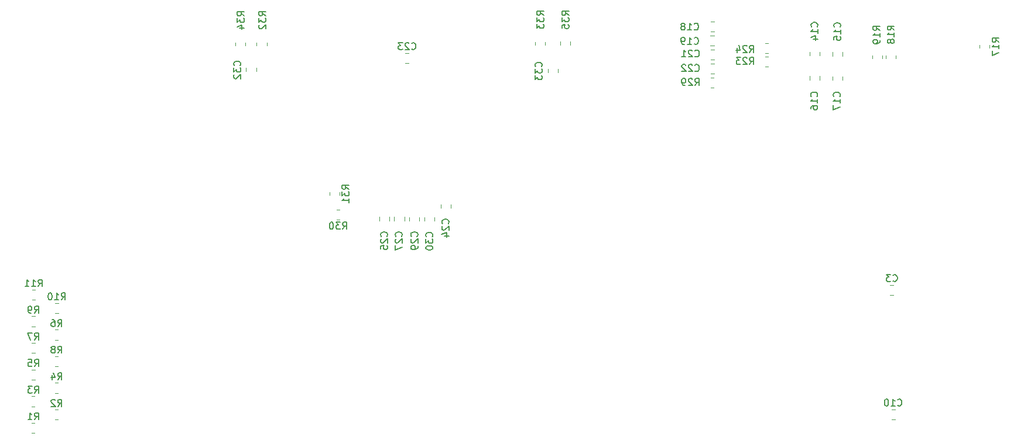
<source format=gbo>
%TF.GenerationSoftware,KiCad,Pcbnew,(6.0.0)*%
%TF.CreationDate,2022-05-07T11:17:07+05:30*%
%TF.ProjectId,Motion_Control_Board2.0,4d6f7469-6f6e-45f4-936f-6e74726f6c5f,rev?*%
%TF.SameCoordinates,Original*%
%TF.FileFunction,Legend,Bot*%
%TF.FilePolarity,Positive*%
%FSLAX46Y46*%
G04 Gerber Fmt 4.6, Leading zero omitted, Abs format (unit mm)*
G04 Created by KiCad (PCBNEW (6.0.0)) date 2022-05-07 11:17:07*
%MOMM*%
%LPD*%
G01*
G04 APERTURE LIST*
%ADD10C,0.150000*%
%ADD11C,0.120000*%
G04 APERTURE END LIST*
D10*
%TO.C,R4*%
X86858365Y-129266767D02*
X87191699Y-128790577D01*
X87429794Y-129266767D02*
X87429794Y-128266767D01*
X87048841Y-128266767D01*
X86953603Y-128314387D01*
X86905984Y-128362006D01*
X86858365Y-128457244D01*
X86858365Y-128600101D01*
X86905984Y-128695339D01*
X86953603Y-128742958D01*
X87048841Y-128790577D01*
X87429794Y-128790577D01*
X86001222Y-128600101D02*
X86001222Y-129266767D01*
X86239318Y-128219148D02*
X86477413Y-128933434D01*
X85858365Y-128933434D01*
%TO.C,C10*%
X208314756Y-132976929D02*
X208362375Y-133024548D01*
X208505232Y-133072167D01*
X208600470Y-133072167D01*
X208743327Y-133024548D01*
X208838565Y-132929310D01*
X208886184Y-132834072D01*
X208933803Y-132643596D01*
X208933803Y-132500739D01*
X208886184Y-132310263D01*
X208838565Y-132215025D01*
X208743327Y-132119787D01*
X208600470Y-132072167D01*
X208505232Y-132072167D01*
X208362375Y-132119787D01*
X208314756Y-132167406D01*
X207362375Y-133072167D02*
X207933803Y-133072167D01*
X207648089Y-133072167D02*
X207648089Y-132072167D01*
X207743327Y-132215025D01*
X207838565Y-132310263D01*
X207933803Y-132357882D01*
X206743327Y-132072167D02*
X206648089Y-132072167D01*
X206552851Y-132119787D01*
X206505232Y-132167406D01*
X206457613Y-132262644D01*
X206409994Y-132453120D01*
X206409994Y-132691215D01*
X206457613Y-132881691D01*
X206505232Y-132976929D01*
X206552851Y-133024548D01*
X206648089Y-133072167D01*
X206743327Y-133072167D01*
X206838565Y-133024548D01*
X206886184Y-132976929D01*
X206933803Y-132881691D01*
X206981422Y-132691215D01*
X206981422Y-132453120D01*
X206933803Y-132262644D01*
X206886184Y-132167406D01*
X206838565Y-132119787D01*
X206743327Y-132072167D01*
%TO.C,R7*%
X83483965Y-123475567D02*
X83817299Y-122999377D01*
X84055394Y-123475567D02*
X84055394Y-122475567D01*
X83674441Y-122475567D01*
X83579203Y-122523187D01*
X83531584Y-122570806D01*
X83483965Y-122666044D01*
X83483965Y-122808901D01*
X83531584Y-122904139D01*
X83579203Y-122951758D01*
X83674441Y-122999377D01*
X84055394Y-122999377D01*
X83150632Y-122475567D02*
X82483965Y-122475567D01*
X82912537Y-123475567D01*
%TO.C,C27*%
X136564579Y-108484998D02*
X136612198Y-108437379D01*
X136659817Y-108294522D01*
X136659817Y-108199284D01*
X136612198Y-108056427D01*
X136516960Y-107961189D01*
X136421722Y-107913570D01*
X136231246Y-107865951D01*
X136088389Y-107865951D01*
X135897913Y-107913570D01*
X135802675Y-107961189D01*
X135707437Y-108056427D01*
X135659817Y-108199284D01*
X135659817Y-108294522D01*
X135707437Y-108437379D01*
X135755056Y-108484998D01*
X135755056Y-108865951D02*
X135707437Y-108913570D01*
X135659817Y-109008808D01*
X135659817Y-109246903D01*
X135707437Y-109342141D01*
X135755056Y-109389760D01*
X135850294Y-109437379D01*
X135945532Y-109437379D01*
X136088389Y-109389760D01*
X136659817Y-108818332D01*
X136659817Y-109437379D01*
X135659817Y-109770713D02*
X135659817Y-110437379D01*
X136659817Y-110008808D01*
%TO.C,C17*%
X199912179Y-88215798D02*
X199959798Y-88168179D01*
X200007417Y-88025322D01*
X200007417Y-87930084D01*
X199959798Y-87787227D01*
X199864560Y-87691989D01*
X199769322Y-87644370D01*
X199578846Y-87596751D01*
X199435989Y-87596751D01*
X199245513Y-87644370D01*
X199150275Y-87691989D01*
X199055037Y-87787227D01*
X199007417Y-87930084D01*
X199007417Y-88025322D01*
X199055037Y-88168179D01*
X199102656Y-88215798D01*
X200007417Y-89168179D02*
X200007417Y-88596751D01*
X200007417Y-88882465D02*
X199007417Y-88882465D01*
X199150275Y-88787227D01*
X199245513Y-88691989D01*
X199293132Y-88596751D01*
X199007417Y-89501513D02*
X199007417Y-90168179D01*
X200007417Y-89739608D01*
%TO.C,R17*%
X222982279Y-80340429D02*
X222506089Y-80007096D01*
X222982279Y-79769001D02*
X221982279Y-79769001D01*
X221982279Y-80149953D01*
X222029899Y-80245191D01*
X222077518Y-80292810D01*
X222172756Y-80340429D01*
X222315613Y-80340429D01*
X222410851Y-80292810D01*
X222458470Y-80245191D01*
X222506089Y-80149953D01*
X222506089Y-79769001D01*
X222982279Y-81292810D02*
X222982279Y-80721382D01*
X222982279Y-81007096D02*
X221982279Y-81007096D01*
X222125137Y-80911858D01*
X222220375Y-80816620D01*
X222267994Y-80721382D01*
X221982279Y-81626144D02*
X221982279Y-82292810D01*
X222982279Y-81864239D01*
%TO.C,C24*%
X143320979Y-106630798D02*
X143368598Y-106583179D01*
X143416217Y-106440322D01*
X143416217Y-106345084D01*
X143368598Y-106202227D01*
X143273360Y-106106989D01*
X143178122Y-106059370D01*
X142987646Y-106011751D01*
X142844789Y-106011751D01*
X142654313Y-106059370D01*
X142559075Y-106106989D01*
X142463837Y-106202227D01*
X142416217Y-106345084D01*
X142416217Y-106440322D01*
X142463837Y-106583179D01*
X142511456Y-106630798D01*
X142511456Y-107011751D02*
X142463837Y-107059370D01*
X142416217Y-107154608D01*
X142416217Y-107392703D01*
X142463837Y-107487941D01*
X142511456Y-107535560D01*
X142606694Y-107583179D01*
X142701932Y-107583179D01*
X142844789Y-107535560D01*
X143416217Y-106964132D01*
X143416217Y-107583179D01*
X142749551Y-108440322D02*
X143416217Y-108440322D01*
X142368598Y-108202227D02*
X143082884Y-107964132D01*
X143082884Y-108583179D01*
%TO.C,C16*%
X196635579Y-88215798D02*
X196683198Y-88168179D01*
X196730817Y-88025322D01*
X196730817Y-87930084D01*
X196683198Y-87787227D01*
X196587960Y-87691989D01*
X196492722Y-87644370D01*
X196302246Y-87596751D01*
X196159389Y-87596751D01*
X195968913Y-87644370D01*
X195873675Y-87691989D01*
X195778437Y-87787227D01*
X195730817Y-87930084D01*
X195730817Y-88025322D01*
X195778437Y-88168179D01*
X195826056Y-88215798D01*
X196730817Y-89168179D02*
X196730817Y-88596751D01*
X196730817Y-88882465D02*
X195730817Y-88882465D01*
X195873675Y-88787227D01*
X195968913Y-88691989D01*
X196016532Y-88596751D01*
X195730817Y-90025322D02*
X195730817Y-89834846D01*
X195778437Y-89739608D01*
X195826056Y-89691989D01*
X195968913Y-89596751D01*
X196159389Y-89549132D01*
X196540341Y-89549132D01*
X196635579Y-89596751D01*
X196683198Y-89644370D01*
X196730817Y-89739608D01*
X196730817Y-89930084D01*
X196683198Y-90025322D01*
X196635579Y-90072941D01*
X196540341Y-90120560D01*
X196302246Y-90120560D01*
X196207008Y-90072941D01*
X196159389Y-90025322D01*
X196111770Y-89930084D01*
X196111770Y-89739608D01*
X196159389Y-89644370D01*
X196207008Y-89596751D01*
X196302246Y-89549132D01*
%TO.C,R9*%
X83483965Y-119614767D02*
X83817299Y-119138577D01*
X84055394Y-119614767D02*
X84055394Y-118614767D01*
X83674441Y-118614767D01*
X83579203Y-118662387D01*
X83531584Y-118710006D01*
X83483965Y-118805244D01*
X83483965Y-118948101D01*
X83531584Y-119043339D01*
X83579203Y-119090958D01*
X83674441Y-119138577D01*
X84055394Y-119138577D01*
X83007775Y-119614767D02*
X82817299Y-119614767D01*
X82722060Y-119567148D01*
X82674441Y-119519529D01*
X82579203Y-119376672D01*
X82531584Y-119186196D01*
X82531584Y-118805244D01*
X82579203Y-118710006D01*
X82626822Y-118662387D01*
X82722060Y-118614767D01*
X82912537Y-118614767D01*
X83007775Y-118662387D01*
X83055394Y-118710006D01*
X83103013Y-118805244D01*
X83103013Y-119043339D01*
X83055394Y-119138577D01*
X83007775Y-119186196D01*
X82912537Y-119233815D01*
X82722060Y-119233815D01*
X82626822Y-119186196D01*
X82579203Y-119138577D01*
X82531584Y-119043339D01*
%TO.C,C21*%
X178988894Y-82383198D02*
X179036513Y-82430817D01*
X179179370Y-82478436D01*
X179274608Y-82478436D01*
X179417465Y-82430817D01*
X179512703Y-82335579D01*
X179560322Y-82240341D01*
X179607941Y-82049865D01*
X179607941Y-81907008D01*
X179560322Y-81716532D01*
X179512703Y-81621294D01*
X179417465Y-81526056D01*
X179274608Y-81478436D01*
X179179370Y-81478436D01*
X179036513Y-81526056D01*
X178988894Y-81573675D01*
X178607941Y-81573675D02*
X178560322Y-81526056D01*
X178465084Y-81478436D01*
X178226989Y-81478436D01*
X178131751Y-81526056D01*
X178084132Y-81573675D01*
X178036513Y-81668913D01*
X178036513Y-81764151D01*
X178084132Y-81907008D01*
X178655560Y-82478436D01*
X178036513Y-82478436D01*
X177084132Y-82478436D02*
X177655560Y-82478436D01*
X177369846Y-82478436D02*
X177369846Y-81478436D01*
X177465084Y-81621294D01*
X177560322Y-81716532D01*
X177655560Y-81764151D01*
%TO.C,R31*%
X128975380Y-101670242D02*
X128499190Y-101336909D01*
X128975380Y-101098814D02*
X127975380Y-101098814D01*
X127975380Y-101479766D01*
X128023000Y-101575004D01*
X128070619Y-101622623D01*
X128165857Y-101670242D01*
X128308714Y-101670242D01*
X128403952Y-101622623D01*
X128451571Y-101575004D01*
X128499190Y-101479766D01*
X128499190Y-101098814D01*
X127975380Y-102003576D02*
X127975380Y-102622623D01*
X128356333Y-102289290D01*
X128356333Y-102432147D01*
X128403952Y-102527385D01*
X128451571Y-102575004D01*
X128546809Y-102622623D01*
X128784904Y-102622623D01*
X128880142Y-102575004D01*
X128927761Y-102527385D01*
X128975380Y-102432147D01*
X128975380Y-102146433D01*
X128927761Y-102051195D01*
X128880142Y-102003576D01*
X128975380Y-103575004D02*
X128975380Y-103003576D01*
X128975380Y-103289290D02*
X127975380Y-103289290D01*
X128118238Y-103194052D01*
X128213476Y-103098814D01*
X128261095Y-103003576D01*
%TO.C,C22*%
X178988894Y-84491398D02*
X179036513Y-84539017D01*
X179179370Y-84586636D01*
X179274608Y-84586636D01*
X179417465Y-84539017D01*
X179512703Y-84443779D01*
X179560322Y-84348541D01*
X179607941Y-84158065D01*
X179607941Y-84015208D01*
X179560322Y-83824732D01*
X179512703Y-83729494D01*
X179417465Y-83634256D01*
X179274608Y-83586636D01*
X179179370Y-83586636D01*
X179036513Y-83634256D01*
X178988894Y-83681875D01*
X178607941Y-83681875D02*
X178560322Y-83634256D01*
X178465084Y-83586636D01*
X178226989Y-83586636D01*
X178131751Y-83634256D01*
X178084132Y-83681875D01*
X178036513Y-83777113D01*
X178036513Y-83872351D01*
X178084132Y-84015208D01*
X178655560Y-84586636D01*
X178036513Y-84586636D01*
X177655560Y-83681875D02*
X177607941Y-83634256D01*
X177512703Y-83586636D01*
X177274608Y-83586636D01*
X177179370Y-83634256D01*
X177131751Y-83681875D01*
X177084132Y-83777113D01*
X177084132Y-83872351D01*
X177131751Y-84015208D01*
X177703179Y-84586636D01*
X177084132Y-84586636D01*
%TO.C,C29*%
X138825179Y-108484998D02*
X138872798Y-108437379D01*
X138920417Y-108294522D01*
X138920417Y-108199284D01*
X138872798Y-108056427D01*
X138777560Y-107961189D01*
X138682322Y-107913570D01*
X138491846Y-107865951D01*
X138348989Y-107865951D01*
X138158513Y-107913570D01*
X138063275Y-107961189D01*
X137968037Y-108056427D01*
X137920417Y-108199284D01*
X137920417Y-108294522D01*
X137968037Y-108437379D01*
X138015656Y-108484998D01*
X138015656Y-108865951D02*
X137968037Y-108913570D01*
X137920417Y-109008808D01*
X137920417Y-109246903D01*
X137968037Y-109342141D01*
X138015656Y-109389760D01*
X138110894Y-109437379D01*
X138206132Y-109437379D01*
X138348989Y-109389760D01*
X138920417Y-108818332D01*
X138920417Y-109437379D01*
X138920417Y-109913570D02*
X138920417Y-110104046D01*
X138872798Y-110199284D01*
X138825179Y-110246903D01*
X138682322Y-110342141D01*
X138491846Y-110389760D01*
X138110894Y-110389760D01*
X138015656Y-110342141D01*
X137968037Y-110294522D01*
X137920417Y-110199284D01*
X137920417Y-110008808D01*
X137968037Y-109913570D01*
X138015656Y-109865951D01*
X138110894Y-109818332D01*
X138348989Y-109818332D01*
X138444227Y-109865951D01*
X138491846Y-109913570D01*
X138539465Y-110008808D01*
X138539465Y-110199284D01*
X138491846Y-110294522D01*
X138444227Y-110342141D01*
X138348989Y-110389760D01*
%TO.C,C25*%
X134456379Y-108484998D02*
X134503998Y-108437379D01*
X134551617Y-108294522D01*
X134551617Y-108199284D01*
X134503998Y-108056427D01*
X134408760Y-107961189D01*
X134313522Y-107913570D01*
X134123046Y-107865951D01*
X133980189Y-107865951D01*
X133789713Y-107913570D01*
X133694475Y-107961189D01*
X133599237Y-108056427D01*
X133551617Y-108199284D01*
X133551617Y-108294522D01*
X133599237Y-108437379D01*
X133646856Y-108484998D01*
X133646856Y-108865951D02*
X133599237Y-108913570D01*
X133551617Y-109008808D01*
X133551617Y-109246903D01*
X133599237Y-109342141D01*
X133646856Y-109389760D01*
X133742094Y-109437379D01*
X133837332Y-109437379D01*
X133980189Y-109389760D01*
X134551617Y-108818332D01*
X134551617Y-109437379D01*
X133551617Y-110342141D02*
X133551617Y-109865951D01*
X134027808Y-109818332D01*
X133980189Y-109865951D01*
X133932570Y-109961189D01*
X133932570Y-110199284D01*
X133980189Y-110294522D01*
X134027808Y-110342141D01*
X134123046Y-110389760D01*
X134361141Y-110389760D01*
X134456379Y-110342141D01*
X134503998Y-110294522D01*
X134551617Y-110199284D01*
X134551617Y-109961189D01*
X134503998Y-109865951D01*
X134456379Y-109818332D01*
%TO.C,C19*%
X178887294Y-80554398D02*
X178934913Y-80602017D01*
X179077770Y-80649636D01*
X179173008Y-80649636D01*
X179315865Y-80602017D01*
X179411103Y-80506779D01*
X179458722Y-80411541D01*
X179506341Y-80221065D01*
X179506341Y-80078208D01*
X179458722Y-79887732D01*
X179411103Y-79792494D01*
X179315865Y-79697256D01*
X179173008Y-79649636D01*
X179077770Y-79649636D01*
X178934913Y-79697256D01*
X178887294Y-79744875D01*
X177934913Y-80649636D02*
X178506341Y-80649636D01*
X178220627Y-80649636D02*
X178220627Y-79649636D01*
X178315865Y-79792494D01*
X178411103Y-79887732D01*
X178506341Y-79935351D01*
X177458722Y-80649636D02*
X177268246Y-80649636D01*
X177173008Y-80602017D01*
X177125389Y-80554398D01*
X177030151Y-80411541D01*
X176982532Y-80221065D01*
X176982532Y-79840113D01*
X177030151Y-79744875D01*
X177077770Y-79697256D01*
X177173008Y-79649636D01*
X177363484Y-79649636D01*
X177458722Y-79697256D01*
X177506341Y-79744875D01*
X177553960Y-79840113D01*
X177553960Y-80078208D01*
X177506341Y-80173446D01*
X177458722Y-80221065D01*
X177363484Y-80268684D01*
X177173008Y-80268684D01*
X177077770Y-80221065D01*
X177030151Y-80173446D01*
X176982532Y-80078208D01*
%TO.C,R2*%
X86858365Y-133127567D02*
X87191699Y-132651377D01*
X87429794Y-133127567D02*
X87429794Y-132127567D01*
X87048841Y-132127567D01*
X86953603Y-132175187D01*
X86905984Y-132222806D01*
X86858365Y-132318044D01*
X86858365Y-132460901D01*
X86905984Y-132556139D01*
X86953603Y-132603758D01*
X87048841Y-132651377D01*
X87429794Y-132651377D01*
X86477413Y-132222806D02*
X86429794Y-132175187D01*
X86334556Y-132127567D01*
X86096460Y-132127567D01*
X86001222Y-132175187D01*
X85953603Y-132222806D01*
X85905984Y-132318044D01*
X85905984Y-132413282D01*
X85953603Y-132556139D01*
X86525032Y-133127567D01*
X85905984Y-133127567D01*
%TO.C,C30*%
X140984179Y-108535798D02*
X141031798Y-108488179D01*
X141079417Y-108345322D01*
X141079417Y-108250084D01*
X141031798Y-108107227D01*
X140936560Y-108011989D01*
X140841322Y-107964370D01*
X140650846Y-107916751D01*
X140507989Y-107916751D01*
X140317513Y-107964370D01*
X140222275Y-108011989D01*
X140127037Y-108107227D01*
X140079417Y-108250084D01*
X140079417Y-108345322D01*
X140127037Y-108488179D01*
X140174656Y-108535798D01*
X140079417Y-108869132D02*
X140079417Y-109488179D01*
X140460370Y-109154846D01*
X140460370Y-109297703D01*
X140507989Y-109392941D01*
X140555608Y-109440560D01*
X140650846Y-109488179D01*
X140888941Y-109488179D01*
X140984179Y-109440560D01*
X141031798Y-109392941D01*
X141079417Y-109297703D01*
X141079417Y-109011989D01*
X141031798Y-108916751D01*
X140984179Y-108869132D01*
X140079417Y-110107227D02*
X140079417Y-110202465D01*
X140127037Y-110297703D01*
X140174656Y-110345322D01*
X140269894Y-110392941D01*
X140460370Y-110440560D01*
X140698465Y-110440560D01*
X140888941Y-110392941D01*
X140984179Y-110345322D01*
X141031798Y-110297703D01*
X141079417Y-110202465D01*
X141079417Y-110107227D01*
X141031798Y-110011989D01*
X140984179Y-109964370D01*
X140888941Y-109916751D01*
X140698465Y-109869132D01*
X140460370Y-109869132D01*
X140269894Y-109916751D01*
X140174656Y-109964370D01*
X140127037Y-110011989D01*
X140079417Y-110107227D01*
%TO.C,R11*%
X84010956Y-115753967D02*
X84344289Y-115277777D01*
X84582384Y-115753967D02*
X84582384Y-114753967D01*
X84201432Y-114753967D01*
X84106194Y-114801587D01*
X84058575Y-114849206D01*
X84010956Y-114944444D01*
X84010956Y-115087301D01*
X84058575Y-115182539D01*
X84106194Y-115230158D01*
X84201432Y-115277777D01*
X84582384Y-115277777D01*
X83058575Y-115753967D02*
X83630003Y-115753967D01*
X83344289Y-115753967D02*
X83344289Y-114753967D01*
X83439527Y-114896825D01*
X83534765Y-114992063D01*
X83630003Y-115039682D01*
X82106194Y-115753967D02*
X82677622Y-115753967D01*
X82391908Y-115753967D02*
X82391908Y-114753967D01*
X82487146Y-114896825D01*
X82582384Y-114992063D01*
X82677622Y-115039682D01*
%TO.C,R35*%
X160764417Y-76455598D02*
X160288227Y-76122265D01*
X160764417Y-75884170D02*
X159764417Y-75884170D01*
X159764417Y-76265122D01*
X159812037Y-76360360D01*
X159859656Y-76407979D01*
X159954894Y-76455598D01*
X160097751Y-76455598D01*
X160192989Y-76407979D01*
X160240608Y-76360360D01*
X160288227Y-76265122D01*
X160288227Y-75884170D01*
X159764417Y-76788932D02*
X159764417Y-77407979D01*
X160145370Y-77074646D01*
X160145370Y-77217503D01*
X160192989Y-77312741D01*
X160240608Y-77360360D01*
X160335846Y-77407979D01*
X160573941Y-77407979D01*
X160669179Y-77360360D01*
X160716798Y-77312741D01*
X160764417Y-77217503D01*
X160764417Y-76931789D01*
X160716798Y-76836551D01*
X160669179Y-76788932D01*
X159764417Y-78312741D02*
X159764417Y-77836551D01*
X160240608Y-77788932D01*
X160192989Y-77836551D01*
X160145370Y-77931789D01*
X160145370Y-78169884D01*
X160192989Y-78265122D01*
X160240608Y-78312741D01*
X160335846Y-78360360D01*
X160573941Y-78360360D01*
X160669179Y-78312741D01*
X160716798Y-78265122D01*
X160764417Y-78169884D01*
X160764417Y-77931789D01*
X160716798Y-77836551D01*
X160669179Y-77788932D01*
%TO.C,R34*%
X113825217Y-76531798D02*
X113349027Y-76198465D01*
X113825217Y-75960370D02*
X112825217Y-75960370D01*
X112825217Y-76341322D01*
X112872837Y-76436560D01*
X112920456Y-76484179D01*
X113015694Y-76531798D01*
X113158551Y-76531798D01*
X113253789Y-76484179D01*
X113301408Y-76436560D01*
X113349027Y-76341322D01*
X113349027Y-75960370D01*
X112825217Y-76865132D02*
X112825217Y-77484179D01*
X113206170Y-77150846D01*
X113206170Y-77293703D01*
X113253789Y-77388941D01*
X113301408Y-77436560D01*
X113396646Y-77484179D01*
X113634741Y-77484179D01*
X113729979Y-77436560D01*
X113777598Y-77388941D01*
X113825217Y-77293703D01*
X113825217Y-77007989D01*
X113777598Y-76912751D01*
X113729979Y-76865132D01*
X113158551Y-78341322D02*
X113825217Y-78341322D01*
X112777598Y-78103227D02*
X113491884Y-77865132D01*
X113491884Y-78484179D01*
%TO.C,R24*%
X186888294Y-81818036D02*
X187221627Y-81341846D01*
X187459722Y-81818036D02*
X187459722Y-80818036D01*
X187078770Y-80818036D01*
X186983532Y-80865656D01*
X186935913Y-80913275D01*
X186888294Y-81008513D01*
X186888294Y-81151370D01*
X186935913Y-81246608D01*
X186983532Y-81294227D01*
X187078770Y-81341846D01*
X187459722Y-81341846D01*
X186507341Y-80913275D02*
X186459722Y-80865656D01*
X186364484Y-80818036D01*
X186126389Y-80818036D01*
X186031151Y-80865656D01*
X185983532Y-80913275D01*
X185935913Y-81008513D01*
X185935913Y-81103751D01*
X185983532Y-81246608D01*
X186554960Y-81818036D01*
X185935913Y-81818036D01*
X185078770Y-81151370D02*
X185078770Y-81818036D01*
X185316865Y-80770417D02*
X185554960Y-81484703D01*
X184935913Y-81484703D01*
%TO.C,R1*%
X83480165Y-135057967D02*
X83813499Y-134581777D01*
X84051594Y-135057967D02*
X84051594Y-134057967D01*
X83670641Y-134057967D01*
X83575403Y-134105587D01*
X83527784Y-134153206D01*
X83480165Y-134248444D01*
X83480165Y-134391301D01*
X83527784Y-134486539D01*
X83575403Y-134534158D01*
X83670641Y-134581777D01*
X84051594Y-134581777D01*
X82527784Y-135057967D02*
X83099213Y-135057967D01*
X82813499Y-135057967D02*
X82813499Y-134057967D01*
X82908737Y-134200825D01*
X83003975Y-134296063D01*
X83099213Y-134343682D01*
%TO.C,R33*%
X157132217Y-76430198D02*
X156656027Y-76096865D01*
X157132217Y-75858770D02*
X156132217Y-75858770D01*
X156132217Y-76239722D01*
X156179837Y-76334960D01*
X156227456Y-76382579D01*
X156322694Y-76430198D01*
X156465551Y-76430198D01*
X156560789Y-76382579D01*
X156608408Y-76334960D01*
X156656027Y-76239722D01*
X156656027Y-75858770D01*
X156132217Y-76763532D02*
X156132217Y-77382579D01*
X156513170Y-77049246D01*
X156513170Y-77192103D01*
X156560789Y-77287341D01*
X156608408Y-77334960D01*
X156703646Y-77382579D01*
X156941741Y-77382579D01*
X157036979Y-77334960D01*
X157084598Y-77287341D01*
X157132217Y-77192103D01*
X157132217Y-76906389D01*
X157084598Y-76811151D01*
X157036979Y-76763532D01*
X156132217Y-77715913D02*
X156132217Y-78334960D01*
X156513170Y-78001627D01*
X156513170Y-78144484D01*
X156560789Y-78239722D01*
X156608408Y-78287341D01*
X156703646Y-78334960D01*
X156941741Y-78334960D01*
X157036979Y-78287341D01*
X157084598Y-78239722D01*
X157132217Y-78144484D01*
X157132217Y-77858770D01*
X157084598Y-77763532D01*
X157036979Y-77715913D01*
%TO.C,C23*%
X138022756Y-81338729D02*
X138070375Y-81386348D01*
X138213232Y-81433967D01*
X138308470Y-81433967D01*
X138451327Y-81386348D01*
X138546565Y-81291110D01*
X138594184Y-81195872D01*
X138641803Y-81005396D01*
X138641803Y-80862539D01*
X138594184Y-80672063D01*
X138546565Y-80576825D01*
X138451327Y-80481587D01*
X138308470Y-80433967D01*
X138213232Y-80433967D01*
X138070375Y-80481587D01*
X138022756Y-80529206D01*
X137641803Y-80529206D02*
X137594184Y-80481587D01*
X137498946Y-80433967D01*
X137260851Y-80433967D01*
X137165613Y-80481587D01*
X137117994Y-80529206D01*
X137070375Y-80624444D01*
X137070375Y-80719682D01*
X137117994Y-80862539D01*
X137689422Y-81433967D01*
X137070375Y-81433967D01*
X136737041Y-80433967D02*
X136117994Y-80433967D01*
X136451327Y-80814920D01*
X136308470Y-80814920D01*
X136213232Y-80862539D01*
X136165613Y-80910158D01*
X136117994Y-81005396D01*
X136117994Y-81243491D01*
X136165613Y-81338729D01*
X136213232Y-81386348D01*
X136308470Y-81433967D01*
X136594184Y-81433967D01*
X136689422Y-81386348D01*
X136737041Y-81338729D01*
%TO.C,R23*%
X186888294Y-83570636D02*
X187221627Y-83094446D01*
X187459722Y-83570636D02*
X187459722Y-82570636D01*
X187078770Y-82570636D01*
X186983532Y-82618256D01*
X186935913Y-82665875D01*
X186888294Y-82761113D01*
X186888294Y-82903970D01*
X186935913Y-82999208D01*
X186983532Y-83046827D01*
X187078770Y-83094446D01*
X187459722Y-83094446D01*
X186507341Y-82665875D02*
X186459722Y-82618256D01*
X186364484Y-82570636D01*
X186126389Y-82570636D01*
X186031151Y-82618256D01*
X185983532Y-82665875D01*
X185935913Y-82761113D01*
X185935913Y-82856351D01*
X185983532Y-82999208D01*
X186554960Y-83570636D01*
X185935913Y-83570636D01*
X185602579Y-82570636D02*
X184983532Y-82570636D01*
X185316865Y-82951589D01*
X185174008Y-82951589D01*
X185078770Y-82999208D01*
X185031151Y-83046827D01*
X184983532Y-83142065D01*
X184983532Y-83380160D01*
X185031151Y-83475398D01*
X185078770Y-83523017D01*
X185174008Y-83570636D01*
X185459722Y-83570636D01*
X185554960Y-83523017D01*
X185602579Y-83475398D01*
%TO.C,R10*%
X87365656Y-117684367D02*
X87698989Y-117208177D01*
X87937084Y-117684367D02*
X87937084Y-116684367D01*
X87556132Y-116684367D01*
X87460894Y-116731987D01*
X87413275Y-116779606D01*
X87365656Y-116874844D01*
X87365656Y-117017701D01*
X87413275Y-117112939D01*
X87460894Y-117160558D01*
X87556132Y-117208177D01*
X87937084Y-117208177D01*
X86413275Y-117684367D02*
X86984703Y-117684367D01*
X86698989Y-117684367D02*
X86698989Y-116684367D01*
X86794227Y-116827225D01*
X86889465Y-116922463D01*
X86984703Y-116970082D01*
X85794227Y-116684367D02*
X85698989Y-116684367D01*
X85603751Y-116731987D01*
X85556132Y-116779606D01*
X85508513Y-116874844D01*
X85460894Y-117065320D01*
X85460894Y-117303415D01*
X85508513Y-117493891D01*
X85556132Y-117589129D01*
X85603751Y-117636748D01*
X85698989Y-117684367D01*
X85794227Y-117684367D01*
X85889465Y-117636748D01*
X85937084Y-117589129D01*
X85984703Y-117493891D01*
X86032322Y-117303415D01*
X86032322Y-117065320D01*
X85984703Y-116874844D01*
X85937084Y-116779606D01*
X85889465Y-116731987D01*
X85794227Y-116684367D01*
%TO.C,C32*%
X113221979Y-83719998D02*
X113269598Y-83672379D01*
X113317217Y-83529522D01*
X113317217Y-83434284D01*
X113269598Y-83291427D01*
X113174360Y-83196189D01*
X113079122Y-83148570D01*
X112888646Y-83100951D01*
X112745789Y-83100951D01*
X112555313Y-83148570D01*
X112460075Y-83196189D01*
X112364837Y-83291427D01*
X112317217Y-83434284D01*
X112317217Y-83529522D01*
X112364837Y-83672379D01*
X112412456Y-83719998D01*
X112317217Y-84053332D02*
X112317217Y-84672379D01*
X112698170Y-84339046D01*
X112698170Y-84481903D01*
X112745789Y-84577141D01*
X112793408Y-84624760D01*
X112888646Y-84672379D01*
X113126741Y-84672379D01*
X113221979Y-84624760D01*
X113269598Y-84577141D01*
X113317217Y-84481903D01*
X113317217Y-84196189D01*
X113269598Y-84100951D01*
X113221979Y-84053332D01*
X112412456Y-85053332D02*
X112364837Y-85100951D01*
X112317217Y-85196189D01*
X112317217Y-85434284D01*
X112364837Y-85529522D01*
X112412456Y-85577141D01*
X112507694Y-85624760D01*
X112602932Y-85624760D01*
X112745789Y-85577141D01*
X113317217Y-85005713D01*
X113317217Y-85624760D01*
%TO.C,R8*%
X86860265Y-125405967D02*
X87193599Y-124929777D01*
X87431694Y-125405967D02*
X87431694Y-124405967D01*
X87050741Y-124405967D01*
X86955503Y-124453587D01*
X86907884Y-124501206D01*
X86860265Y-124596444D01*
X86860265Y-124739301D01*
X86907884Y-124834539D01*
X86955503Y-124882158D01*
X87050741Y-124929777D01*
X87431694Y-124929777D01*
X86288837Y-124834539D02*
X86384075Y-124786920D01*
X86431694Y-124739301D01*
X86479313Y-124644063D01*
X86479313Y-124596444D01*
X86431694Y-124501206D01*
X86384075Y-124453587D01*
X86288837Y-124405967D01*
X86098360Y-124405967D01*
X86003122Y-124453587D01*
X85955503Y-124501206D01*
X85907884Y-124596444D01*
X85907884Y-124644063D01*
X85955503Y-124739301D01*
X86003122Y-124786920D01*
X86098360Y-124834539D01*
X86288837Y-124834539D01*
X86384075Y-124882158D01*
X86431694Y-124929777D01*
X86479313Y-125025015D01*
X86479313Y-125215491D01*
X86431694Y-125310729D01*
X86384075Y-125358348D01*
X86288837Y-125405967D01*
X86098360Y-125405967D01*
X86003122Y-125358348D01*
X85955503Y-125310729D01*
X85907884Y-125215491D01*
X85907884Y-125025015D01*
X85955503Y-124929777D01*
X86003122Y-124882158D01*
X86098360Y-124834539D01*
%TO.C,C33*%
X156782979Y-83872398D02*
X156830598Y-83824779D01*
X156878217Y-83681922D01*
X156878217Y-83586684D01*
X156830598Y-83443827D01*
X156735360Y-83348589D01*
X156640122Y-83300970D01*
X156449646Y-83253351D01*
X156306789Y-83253351D01*
X156116313Y-83300970D01*
X156021075Y-83348589D01*
X155925837Y-83443827D01*
X155878217Y-83586684D01*
X155878217Y-83681922D01*
X155925837Y-83824779D01*
X155973456Y-83872398D01*
X155878217Y-84205732D02*
X155878217Y-84824779D01*
X156259170Y-84491446D01*
X156259170Y-84634303D01*
X156306789Y-84729541D01*
X156354408Y-84777160D01*
X156449646Y-84824779D01*
X156687741Y-84824779D01*
X156782979Y-84777160D01*
X156830598Y-84729541D01*
X156878217Y-84634303D01*
X156878217Y-84348589D01*
X156830598Y-84253351D01*
X156782979Y-84205732D01*
X155878217Y-85158113D02*
X155878217Y-85777160D01*
X156259170Y-85443827D01*
X156259170Y-85586684D01*
X156306789Y-85681922D01*
X156354408Y-85729541D01*
X156449646Y-85777160D01*
X156687741Y-85777160D01*
X156782979Y-85729541D01*
X156830598Y-85681922D01*
X156878217Y-85586684D01*
X156878217Y-85300970D01*
X156830598Y-85205732D01*
X156782979Y-85158113D01*
%TO.C,R32*%
X116924017Y-76506398D02*
X116447827Y-76173065D01*
X116924017Y-75934970D02*
X115924017Y-75934970D01*
X115924017Y-76315922D01*
X115971637Y-76411160D01*
X116019256Y-76458779D01*
X116114494Y-76506398D01*
X116257351Y-76506398D01*
X116352589Y-76458779D01*
X116400208Y-76411160D01*
X116447827Y-76315922D01*
X116447827Y-75934970D01*
X115924017Y-76839732D02*
X115924017Y-77458779D01*
X116304970Y-77125446D01*
X116304970Y-77268303D01*
X116352589Y-77363541D01*
X116400208Y-77411160D01*
X116495446Y-77458779D01*
X116733541Y-77458779D01*
X116828779Y-77411160D01*
X116876398Y-77363541D01*
X116924017Y-77268303D01*
X116924017Y-76982589D01*
X116876398Y-76887351D01*
X116828779Y-76839732D01*
X116019256Y-77839732D02*
X115971637Y-77887351D01*
X115924017Y-77982589D01*
X115924017Y-78220684D01*
X115971637Y-78315922D01*
X116019256Y-78363541D01*
X116114494Y-78411160D01*
X116209732Y-78411160D01*
X116352589Y-78363541D01*
X116924017Y-77792113D01*
X116924017Y-78411160D01*
%TO.C,R5*%
X83483965Y-127336367D02*
X83817299Y-126860177D01*
X84055394Y-127336367D02*
X84055394Y-126336367D01*
X83674441Y-126336367D01*
X83579203Y-126383987D01*
X83531584Y-126431606D01*
X83483965Y-126526844D01*
X83483965Y-126669701D01*
X83531584Y-126764939D01*
X83579203Y-126812558D01*
X83674441Y-126860177D01*
X84055394Y-126860177D01*
X82579203Y-126336367D02*
X83055394Y-126336367D01*
X83103013Y-126812558D01*
X83055394Y-126764939D01*
X82960156Y-126717320D01*
X82722060Y-126717320D01*
X82626822Y-126764939D01*
X82579203Y-126812558D01*
X82531584Y-126907796D01*
X82531584Y-127145891D01*
X82579203Y-127241129D01*
X82626822Y-127288748D01*
X82722060Y-127336367D01*
X82960156Y-127336367D01*
X83055394Y-127288748D01*
X83103013Y-127241129D01*
%TO.C,R30*%
X128052656Y-107446167D02*
X128385989Y-106969977D01*
X128624084Y-107446167D02*
X128624084Y-106446167D01*
X128243132Y-106446167D01*
X128147894Y-106493787D01*
X128100275Y-106541406D01*
X128052656Y-106636644D01*
X128052656Y-106779501D01*
X128100275Y-106874739D01*
X128147894Y-106922358D01*
X128243132Y-106969977D01*
X128624084Y-106969977D01*
X127719322Y-106446167D02*
X127100275Y-106446167D01*
X127433608Y-106827120D01*
X127290751Y-106827120D01*
X127195513Y-106874739D01*
X127147894Y-106922358D01*
X127100275Y-107017596D01*
X127100275Y-107255691D01*
X127147894Y-107350929D01*
X127195513Y-107398548D01*
X127290751Y-107446167D01*
X127576465Y-107446167D01*
X127671703Y-107398548D01*
X127719322Y-107350929D01*
X126481227Y-106446167D02*
X126385989Y-106446167D01*
X126290751Y-106493787D01*
X126243132Y-106541406D01*
X126195513Y-106636644D01*
X126147894Y-106827120D01*
X126147894Y-107065215D01*
X126195513Y-107255691D01*
X126243132Y-107350929D01*
X126290751Y-107398548D01*
X126385989Y-107446167D01*
X126481227Y-107446167D01*
X126576465Y-107398548D01*
X126624084Y-107350929D01*
X126671703Y-107255691D01*
X126719322Y-107065215D01*
X126719322Y-106827120D01*
X126671703Y-106636644D01*
X126624084Y-106541406D01*
X126576465Y-106493787D01*
X126481227Y-106446167D01*
%TO.C,C14*%
X196686379Y-78106598D02*
X196733998Y-78058979D01*
X196781617Y-77916122D01*
X196781617Y-77820884D01*
X196733998Y-77678027D01*
X196638760Y-77582789D01*
X196543522Y-77535170D01*
X196353046Y-77487551D01*
X196210189Y-77487551D01*
X196019713Y-77535170D01*
X195924475Y-77582789D01*
X195829237Y-77678027D01*
X195781617Y-77820884D01*
X195781617Y-77916122D01*
X195829237Y-78058979D01*
X195876856Y-78106598D01*
X196781617Y-79058979D02*
X196781617Y-78487551D01*
X196781617Y-78773265D02*
X195781617Y-78773265D01*
X195924475Y-78678027D01*
X196019713Y-78582789D01*
X196067332Y-78487551D01*
X196114951Y-79916122D02*
X196781617Y-79916122D01*
X195733998Y-79678027D02*
X196448284Y-79439932D01*
X196448284Y-80058979D01*
%TO.C,R6*%
X86860265Y-121545167D02*
X87193599Y-121068977D01*
X87431694Y-121545167D02*
X87431694Y-120545167D01*
X87050741Y-120545167D01*
X86955503Y-120592787D01*
X86907884Y-120640406D01*
X86860265Y-120735644D01*
X86860265Y-120878501D01*
X86907884Y-120973739D01*
X86955503Y-121021358D01*
X87050741Y-121068977D01*
X87431694Y-121068977D01*
X86003122Y-120545167D02*
X86193599Y-120545167D01*
X86288837Y-120592787D01*
X86336456Y-120640406D01*
X86431694Y-120783263D01*
X86479313Y-120973739D01*
X86479313Y-121354691D01*
X86431694Y-121449929D01*
X86384075Y-121497548D01*
X86288837Y-121545167D01*
X86098360Y-121545167D01*
X86003122Y-121497548D01*
X85955503Y-121449929D01*
X85907884Y-121354691D01*
X85907884Y-121116596D01*
X85955503Y-121021358D01*
X86003122Y-120973739D01*
X86098360Y-120926120D01*
X86288837Y-120926120D01*
X86384075Y-120973739D01*
X86431694Y-121021358D01*
X86479313Y-121116596D01*
%TO.C,R29*%
X178988894Y-86618636D02*
X179322227Y-86142446D01*
X179560322Y-86618636D02*
X179560322Y-85618636D01*
X179179370Y-85618636D01*
X179084132Y-85666256D01*
X179036513Y-85713875D01*
X178988894Y-85809113D01*
X178988894Y-85951970D01*
X179036513Y-86047208D01*
X179084132Y-86094827D01*
X179179370Y-86142446D01*
X179560322Y-86142446D01*
X178607941Y-85713875D02*
X178560322Y-85666256D01*
X178465084Y-85618636D01*
X178226989Y-85618636D01*
X178131751Y-85666256D01*
X178084132Y-85713875D01*
X178036513Y-85809113D01*
X178036513Y-85904351D01*
X178084132Y-86047208D01*
X178655560Y-86618636D01*
X178036513Y-86618636D01*
X177560322Y-86618636D02*
X177369846Y-86618636D01*
X177274608Y-86571017D01*
X177226989Y-86523398D01*
X177131751Y-86380541D01*
X177084132Y-86190065D01*
X177084132Y-85809113D01*
X177131751Y-85713875D01*
X177179370Y-85666256D01*
X177274608Y-85618636D01*
X177465084Y-85618636D01*
X177560322Y-85666256D01*
X177607941Y-85713875D01*
X177655560Y-85809113D01*
X177655560Y-86047208D01*
X177607941Y-86142446D01*
X177560322Y-86190065D01*
X177465084Y-86237684D01*
X177274608Y-86237684D01*
X177179370Y-86190065D01*
X177131751Y-86142446D01*
X177084132Y-86047208D01*
%TO.C,R3*%
X83480165Y-131197167D02*
X83813499Y-130720977D01*
X84051594Y-131197167D02*
X84051594Y-130197167D01*
X83670641Y-130197167D01*
X83575403Y-130244787D01*
X83527784Y-130292406D01*
X83480165Y-130387644D01*
X83480165Y-130530501D01*
X83527784Y-130625739D01*
X83575403Y-130673358D01*
X83670641Y-130720977D01*
X84051594Y-130720977D01*
X83146832Y-130197167D02*
X82527784Y-130197167D01*
X82861118Y-130578120D01*
X82718260Y-130578120D01*
X82623022Y-130625739D01*
X82575403Y-130673358D01*
X82527784Y-130768596D01*
X82527784Y-131006691D01*
X82575403Y-131101929D01*
X82623022Y-131149548D01*
X82718260Y-131197167D01*
X83003975Y-131197167D01*
X83099213Y-131149548D01*
X83146832Y-131101929D01*
%TO.C,R18*%
X207830617Y-78589198D02*
X207354427Y-78255865D01*
X207830617Y-78017770D02*
X206830617Y-78017770D01*
X206830617Y-78398722D01*
X206878237Y-78493960D01*
X206925856Y-78541579D01*
X207021094Y-78589198D01*
X207163951Y-78589198D01*
X207259189Y-78541579D01*
X207306808Y-78493960D01*
X207354427Y-78398722D01*
X207354427Y-78017770D01*
X207830617Y-79541579D02*
X207830617Y-78970151D01*
X207830617Y-79255865D02*
X206830617Y-79255865D01*
X206973475Y-79160627D01*
X207068713Y-79065389D01*
X207116332Y-78970151D01*
X207259189Y-80113008D02*
X207211570Y-80017770D01*
X207163951Y-79970151D01*
X207068713Y-79922532D01*
X207021094Y-79922532D01*
X206925856Y-79970151D01*
X206878237Y-80017770D01*
X206830617Y-80113008D01*
X206830617Y-80303484D01*
X206878237Y-80398722D01*
X206925856Y-80446341D01*
X207021094Y-80493960D01*
X207068713Y-80493960D01*
X207163951Y-80446341D01*
X207211570Y-80398722D01*
X207259189Y-80303484D01*
X207259189Y-80113008D01*
X207306808Y-80017770D01*
X207354427Y-79970151D01*
X207449665Y-79922532D01*
X207640141Y-79922532D01*
X207735379Y-79970151D01*
X207782998Y-80017770D01*
X207830617Y-80113008D01*
X207830617Y-80303484D01*
X207782998Y-80398722D01*
X207735379Y-80446341D01*
X207640141Y-80493960D01*
X207449665Y-80493960D01*
X207354427Y-80446341D01*
X207306808Y-80398722D01*
X207259189Y-80303484D01*
%TO.C,C3*%
X207644066Y-114932942D02*
X207691685Y-114980561D01*
X207834542Y-115028180D01*
X207929780Y-115028180D01*
X208072638Y-114980561D01*
X208167876Y-114885323D01*
X208215495Y-114790085D01*
X208263114Y-114599609D01*
X208263114Y-114456752D01*
X208215495Y-114266276D01*
X208167876Y-114171038D01*
X208072638Y-114075800D01*
X207929780Y-114028180D01*
X207834542Y-114028180D01*
X207691685Y-114075800D01*
X207644066Y-114123419D01*
X207310733Y-114028180D02*
X206691685Y-114028180D01*
X207025019Y-114409133D01*
X206882161Y-114409133D01*
X206786923Y-114456752D01*
X206739304Y-114504371D01*
X206691685Y-114599609D01*
X206691685Y-114837704D01*
X206739304Y-114932942D01*
X206786923Y-114980561D01*
X206882161Y-115028180D01*
X207167876Y-115028180D01*
X207263114Y-114980561D01*
X207310733Y-114932942D01*
%TO.C,C15*%
X199988379Y-78157398D02*
X200035998Y-78109779D01*
X200083617Y-77966922D01*
X200083617Y-77871684D01*
X200035998Y-77728827D01*
X199940760Y-77633589D01*
X199845522Y-77585970D01*
X199655046Y-77538351D01*
X199512189Y-77538351D01*
X199321713Y-77585970D01*
X199226475Y-77633589D01*
X199131237Y-77728827D01*
X199083617Y-77871684D01*
X199083617Y-77966922D01*
X199131237Y-78109779D01*
X199178856Y-78157398D01*
X200083617Y-79109779D02*
X200083617Y-78538351D01*
X200083617Y-78824065D02*
X199083617Y-78824065D01*
X199226475Y-78728827D01*
X199321713Y-78633589D01*
X199369332Y-78538351D01*
X199083617Y-80014541D02*
X199083617Y-79538351D01*
X199559808Y-79490732D01*
X199512189Y-79538351D01*
X199464570Y-79633589D01*
X199464570Y-79871684D01*
X199512189Y-79966922D01*
X199559808Y-80014541D01*
X199655046Y-80062160D01*
X199893141Y-80062160D01*
X199988379Y-80014541D01*
X200035998Y-79966922D01*
X200083617Y-79871684D01*
X200083617Y-79633589D01*
X200035998Y-79538351D01*
X199988379Y-79490732D01*
%TO.C,R19*%
X205765821Y-78639998D02*
X205289631Y-78306665D01*
X205765821Y-78068570D02*
X204765821Y-78068570D01*
X204765821Y-78449522D01*
X204813441Y-78544760D01*
X204861060Y-78592379D01*
X204956298Y-78639998D01*
X205099155Y-78639998D01*
X205194393Y-78592379D01*
X205242012Y-78544760D01*
X205289631Y-78449522D01*
X205289631Y-78068570D01*
X205765821Y-79592379D02*
X205765821Y-79020951D01*
X205765821Y-79306665D02*
X204765821Y-79306665D01*
X204908679Y-79211427D01*
X205003917Y-79116189D01*
X205051536Y-79020951D01*
X205765821Y-80068570D02*
X205765821Y-80259046D01*
X205718202Y-80354284D01*
X205670583Y-80401903D01*
X205527726Y-80497141D01*
X205337250Y-80544760D01*
X204956298Y-80544760D01*
X204861060Y-80497141D01*
X204813441Y-80449522D01*
X204765821Y-80354284D01*
X204765821Y-80163808D01*
X204813441Y-80068570D01*
X204861060Y-80020951D01*
X204956298Y-79973332D01*
X205194393Y-79973332D01*
X205289631Y-80020951D01*
X205337250Y-80068570D01*
X205384869Y-80163808D01*
X205384869Y-80354284D01*
X205337250Y-80449522D01*
X205289631Y-80497141D01*
X205194393Y-80544760D01*
%TO.C,C18*%
X178887294Y-78496998D02*
X178934913Y-78544617D01*
X179077770Y-78592236D01*
X179173008Y-78592236D01*
X179315865Y-78544617D01*
X179411103Y-78449379D01*
X179458722Y-78354141D01*
X179506341Y-78163665D01*
X179506341Y-78020808D01*
X179458722Y-77830332D01*
X179411103Y-77735094D01*
X179315865Y-77639856D01*
X179173008Y-77592236D01*
X179077770Y-77592236D01*
X178934913Y-77639856D01*
X178887294Y-77687475D01*
X177934913Y-78592236D02*
X178506341Y-78592236D01*
X178220627Y-78592236D02*
X178220627Y-77592236D01*
X178315865Y-77735094D01*
X178411103Y-77830332D01*
X178506341Y-77877951D01*
X177363484Y-78020808D02*
X177458722Y-77973189D01*
X177506341Y-77925570D01*
X177553960Y-77830332D01*
X177553960Y-77782713D01*
X177506341Y-77687475D01*
X177458722Y-77639856D01*
X177363484Y-77592236D01*
X177173008Y-77592236D01*
X177077770Y-77639856D01*
X177030151Y-77687475D01*
X176982532Y-77782713D01*
X176982532Y-77830332D01*
X177030151Y-77925570D01*
X177077770Y-77973189D01*
X177173008Y-78020808D01*
X177363484Y-78020808D01*
X177458722Y-78068427D01*
X177506341Y-78116046D01*
X177553960Y-78211284D01*
X177553960Y-78401760D01*
X177506341Y-78496998D01*
X177458722Y-78544617D01*
X177363484Y-78592236D01*
X177173008Y-78592236D01*
X177077770Y-78544617D01*
X177030151Y-78496998D01*
X176982532Y-78401760D01*
X176982532Y-78211284D01*
X177030151Y-78116046D01*
X177077770Y-78068427D01*
X177173008Y-78020808D01*
D11*
%TO.C,R4*%
X86918763Y-129729387D02*
X86464635Y-129729387D01*
X86918763Y-131199387D02*
X86464635Y-131199387D01*
%TO.C,C10*%
X207933151Y-135034787D02*
X207410647Y-135034787D01*
X207933151Y-133564787D02*
X207410647Y-133564787D01*
%TO.C,R7*%
X83544363Y-125408187D02*
X83090235Y-125408187D01*
X83544363Y-123938187D02*
X83090235Y-123938187D01*
%TO.C,C27*%
X135512099Y-105676935D02*
X135512099Y-106199439D01*
X136982099Y-105676935D02*
X136982099Y-106199439D01*
%TO.C,C17*%
X198885099Y-85828639D02*
X198885099Y-85306135D01*
X200355099Y-85828639D02*
X200355099Y-85306135D01*
%TO.C,R17*%
X221614899Y-81210351D02*
X221614899Y-80756223D01*
X220144899Y-81210351D02*
X220144899Y-80756223D01*
%TO.C,C24*%
X142217699Y-104370639D02*
X142217699Y-103848135D01*
X143687699Y-104370639D02*
X143687699Y-103848135D01*
%TO.C,C16*%
X195608499Y-85803239D02*
X195608499Y-85280735D01*
X197078499Y-85803239D02*
X197078499Y-85280735D01*
%TO.C,R9*%
X83544363Y-120077387D02*
X83090235Y-120077387D01*
X83544363Y-121547387D02*
X83090235Y-121547387D01*
%TO.C,C21*%
X181250547Y-82888587D02*
X181773051Y-82888587D01*
X181250547Y-81418587D02*
X181773051Y-81418587D01*
%TO.C,R31*%
X127608000Y-102540164D02*
X127608000Y-102086036D01*
X126138000Y-102540164D02*
X126138000Y-102086036D01*
%TO.C,C22*%
X181259785Y-84920056D02*
X181782289Y-84920056D01*
X181259785Y-83450056D02*
X181782289Y-83450056D01*
%TO.C,C29*%
X139166499Y-105702335D02*
X139166499Y-106224839D01*
X137696499Y-105702335D02*
X137696499Y-106224839D01*
%TO.C,C25*%
X134823099Y-105676935D02*
X134823099Y-106199439D01*
X133353099Y-105676935D02*
X133353099Y-106199439D01*
%TO.C,C19*%
X181768051Y-79386587D02*
X181245547Y-79386587D01*
X181768051Y-80856587D02*
X181245547Y-80856587D01*
%TO.C,R2*%
X86918763Y-133590187D02*
X86464635Y-133590187D01*
X86918763Y-135060187D02*
X86464635Y-135060187D01*
%TO.C,C30*%
X139880899Y-105702335D02*
X139880899Y-106224839D01*
X141350899Y-105702335D02*
X141350899Y-106224839D01*
%TO.C,R11*%
X83595163Y-117686587D02*
X83141035Y-117686587D01*
X83595163Y-116216587D02*
X83141035Y-116216587D01*
%TO.C,R35*%
X159515099Y-80277423D02*
X159515099Y-80731551D01*
X160985099Y-80277423D02*
X160985099Y-80731551D01*
%TO.C,R34*%
X115623899Y-80400623D02*
X115623899Y-80854751D01*
X117093899Y-80400623D02*
X117093899Y-80854751D01*
%TO.C,R24*%
X189607163Y-83904587D02*
X189153035Y-83904587D01*
X189607163Y-82434587D02*
X189153035Y-82434587D01*
%TO.C,R1*%
X83540563Y-135520587D02*
X83086435Y-135520587D01*
X83540563Y-136990587D02*
X83086435Y-136990587D01*
%TO.C,R33*%
X155882899Y-80753151D02*
X155882899Y-80299023D01*
X157352899Y-80753151D02*
X157352899Y-80299023D01*
%TO.C,C23*%
X137641151Y-83396587D02*
X137118647Y-83396587D01*
X137641151Y-81926587D02*
X137118647Y-81926587D01*
%TO.C,R23*%
X189154935Y-80478787D02*
X189609063Y-80478787D01*
X189154935Y-81948787D02*
X189609063Y-81948787D01*
%TO.C,R10*%
X86949863Y-118146987D02*
X86495735Y-118146987D01*
X86949863Y-119616987D02*
X86495735Y-119616987D01*
%TO.C,C32*%
X114099899Y-84076735D02*
X114099899Y-84599239D01*
X115569899Y-84076735D02*
X115569899Y-84599239D01*
%TO.C,R8*%
X86920663Y-127338587D02*
X86466535Y-127338587D01*
X86920663Y-125868587D02*
X86466535Y-125868587D01*
%TO.C,C33*%
X157737099Y-84229135D02*
X157737099Y-84751639D01*
X159207099Y-84229135D02*
X159207099Y-84751639D01*
%TO.C,R32*%
X112525099Y-80854751D02*
X112525099Y-80400623D01*
X113995099Y-80854751D02*
X113995099Y-80400623D01*
%TO.C,R5*%
X83544363Y-127798987D02*
X83090235Y-127798987D01*
X83544363Y-129268987D02*
X83090235Y-129268987D01*
%TO.C,R30*%
X127182735Y-106078787D02*
X127636863Y-106078787D01*
X127182735Y-104608787D02*
X127636863Y-104608787D01*
%TO.C,C14*%
X197078499Y-81780535D02*
X197078499Y-82303039D01*
X195608499Y-81780535D02*
X195608499Y-82303039D01*
%TO.C,R6*%
X86920663Y-123477787D02*
X86466535Y-123477787D01*
X86920663Y-122007787D02*
X86466535Y-122007787D01*
%TO.C,R29*%
X181736963Y-86927187D02*
X181282835Y-86927187D01*
X181736963Y-85457187D02*
X181282835Y-85457187D01*
%TO.C,R3*%
X83540563Y-131659787D02*
X83086435Y-131659787D01*
X83540563Y-133129787D02*
X83086435Y-133129787D01*
%TO.C,R18*%
X204650899Y-82708951D02*
X204650899Y-82254823D01*
X206120899Y-82708951D02*
X206120899Y-82254823D01*
%TO.C,C3*%
X207738652Y-116990800D02*
X207216148Y-116990800D01*
X207738652Y-115520800D02*
X207216148Y-115520800D01*
%TO.C,C15*%
X200355099Y-81800935D02*
X200355099Y-82323439D01*
X198885099Y-81800935D02*
X198885099Y-82323439D01*
%TO.C,R19*%
X208069303Y-82258623D02*
X208069303Y-82712751D01*
X206599303Y-82258623D02*
X206599303Y-82712751D01*
%TO.C,C18*%
X181773051Y-77354587D02*
X181250547Y-77354587D01*
X181773051Y-78824587D02*
X181250547Y-78824587D01*
%TD*%
M02*

</source>
